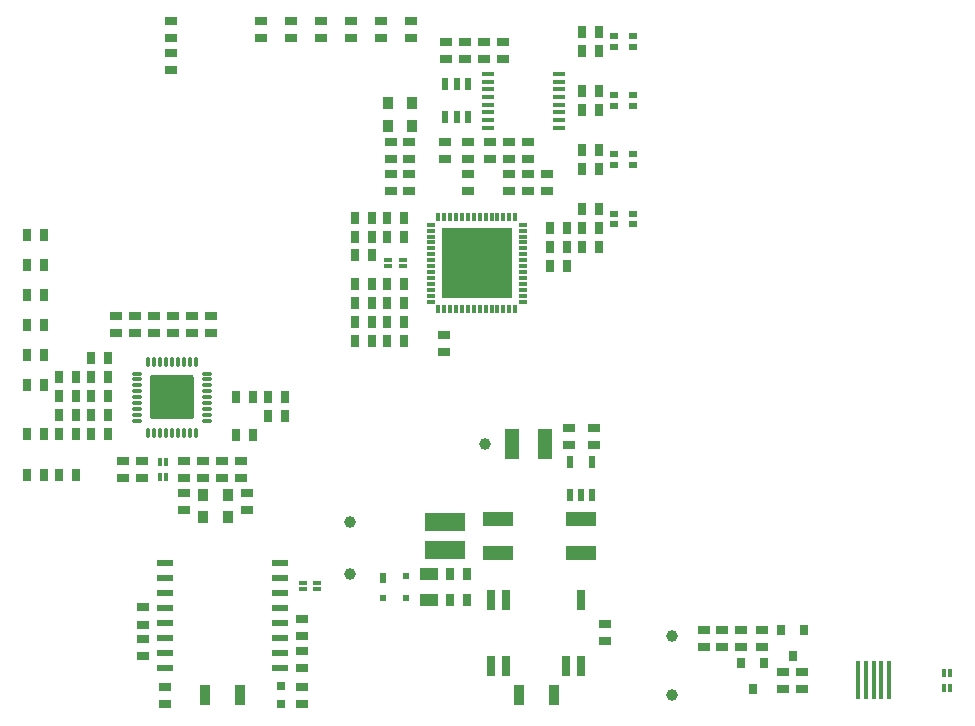
<source format=gbr>
%TF.GenerationSoftware,KiCad,Pcbnew,8.0.2*%
%TF.CreationDate,2024-05-14T20:52:20+07:00*%
%TF.ProjectId,HW.ACIM-DBG,48572e41-4349-44d2-9d44-42472e6b6963,0.0*%
%TF.SameCoordinates,Original*%
%TF.FileFunction,Paste,Top*%
%TF.FilePolarity,Positive*%
%FSLAX46Y46*%
G04 Gerber Fmt 4.6, Leading zero omitted, Abs format (unit mm)*
G04 Created by KiCad (PCBNEW 8.0.2) date 2024-05-14 20:52:20*
%MOMM*%
%LPD*%
G01*
G04 APERTURE LIST*
G04 Aperture macros list*
%AMRoundRect*
0 Rectangle with rounded corners*
0 $1 Rounding radius*
0 $2 $3 $4 $5 $6 $7 $8 $9 X,Y pos of 4 corners*
0 Add a 4 corners polygon primitive as box body*
4,1,4,$2,$3,$4,$5,$6,$7,$8,$9,$2,$3,0*
0 Add four circle primitives for the rounded corners*
1,1,$1+$1,$2,$3*
1,1,$1+$1,$4,$5*
1,1,$1+$1,$6,$7*
1,1,$1+$1,$8,$9*
0 Add four rect primitives between the rounded corners*
20,1,$1+$1,$2,$3,$4,$5,0*
20,1,$1+$1,$4,$5,$6,$7,0*
20,1,$1+$1,$6,$7,$8,$9,0*
20,1,$1+$1,$8,$9,$2,$3,0*%
G04 Aperture macros list end*
%ADD10R,0.650000X1.000000*%
%ADD11R,1.000000X0.650000*%
%ADD12R,2.500000X1.300000*%
%ADD13C,1.000000*%
%ADD14R,0.700000X0.300000*%
%ADD15R,0.900000X1.700000*%
%ADD16R,0.300000X0.700000*%
%ADD17R,0.800000X0.500000*%
%ADD18R,0.350000X3.250000*%
%ADD19R,0.800000X0.900000*%
%ADD20R,0.600000X1.100000*%
%ADD21R,1.450000X0.550000*%
%ADD22R,0.800000X0.800000*%
%ADD23R,0.900000X1.000000*%
%ADD24R,0.600000X0.900000*%
%ADD25R,0.600000X0.500000*%
%ADD26R,1.500000X1.000000*%
%ADD27R,6.000000X6.000000*%
%ADD28R,0.800000X1.700000*%
%ADD29R,1.000000X0.350000*%
%ADD30R,3.500000X1.600000*%
%ADD31O,0.900000X0.300000*%
%ADD32O,0.300000X0.900000*%
%ADD33RoundRect,0.185000X1.665000X1.665000X-1.665000X1.665000X-1.665000X-1.665000X1.665000X-1.665000X0*%
%ADD34R,1.300000X2.500000*%
G04 APERTURE END LIST*
D10*
%TO.C,C43*%
X145700000Y-63050000D03*
X147150000Y-63050000D03*
%TD*%
D11*
%TO.C,R33*%
X153925000Y-43975000D03*
X153925000Y-42525000D03*
%TD*%
%TO.C,C4*%
X164174385Y-93275000D03*
X164174385Y-91825000D03*
%TD*%
D10*
%TO.C,C47*%
X163650000Y-59900000D03*
X162200000Y-59900000D03*
%TD*%
%TO.C,R47*%
X145700000Y-67850000D03*
X147150000Y-67850000D03*
%TD*%
D11*
%TO.C,C23*%
X127617000Y-65725200D03*
X127617000Y-67175200D03*
%TD*%
D10*
%TO.C,C26*%
X120650000Y-70900200D03*
X122100000Y-70900200D03*
%TD*%
D12*
%TO.C,C1*%
X155162700Y-85750000D03*
X155162700Y-82950000D03*
%TD*%
D10*
%TO.C,C38*%
X144450000Y-59000000D03*
X143000000Y-59000000D03*
%TD*%
D11*
%TO.C,R15*%
X146025000Y-52475000D03*
X146025000Y-51025000D03*
%TD*%
D10*
%TO.C,R6*%
X115250000Y-75700200D03*
X116700000Y-75700200D03*
%TD*%
%TO.C,R2*%
X116700000Y-79180200D03*
X115250000Y-79180200D03*
%TD*%
D11*
%TO.C,R34*%
X155525000Y-43975000D03*
X155525000Y-42525000D03*
%TD*%
%TO.C,R26*%
X140132700Y-40775000D03*
X140132700Y-42225000D03*
%TD*%
%TO.C,R48*%
X174124385Y-92277911D03*
X174124385Y-93727911D03*
%TD*%
D10*
%TO.C,R35*%
X162200000Y-43300000D03*
X163650000Y-43300000D03*
%TD*%
%TO.C,C48*%
X160950000Y-59900000D03*
X159500000Y-59900000D03*
%TD*%
D11*
%TO.C,C29*%
X130817000Y-65725200D03*
X130817000Y-67175200D03*
%TD*%
%TO.C,C45*%
X157675000Y-53725000D03*
X157675000Y-55175000D03*
%TD*%
D10*
%TO.C,R42*%
X162200000Y-56700000D03*
X163650000Y-56700000D03*
%TD*%
%TO.C,R16*%
X144450000Y-66250000D03*
X143000000Y-66250000D03*
%TD*%
D11*
%TO.C,C46*%
X156075000Y-53725000D03*
X156075000Y-55175000D03*
%TD*%
D13*
%TO.C,TP3*%
X169862700Y-92850000D03*
%TD*%
D10*
%TO.C,R41*%
X162200000Y-58300000D03*
X163650000Y-58300000D03*
%TD*%
D11*
%TO.C,C36*%
X159275000Y-53725000D03*
X159275000Y-55175000D03*
%TD*%
D10*
%TO.C,R49*%
X117950000Y-79180200D03*
X119400000Y-79180200D03*
%TD*%
D14*
%TO.C,FT6*%
X147100000Y-61500000D03*
X145850000Y-61500000D03*
X145850000Y-61000000D03*
X147100000Y-61000000D03*
%TD*%
D15*
%TO.C,C5*%
X156862700Y-97850000D03*
X159862700Y-97850000D03*
%TD*%
D11*
%TO.C,R12*%
X123362700Y-79425000D03*
X123362700Y-77975000D03*
%TD*%
D10*
%TO.C,R40*%
X162200000Y-51700000D03*
X163650000Y-51700000D03*
%TD*%
D11*
%TO.C,C9*%
X180875100Y-95855100D03*
X180875100Y-97305100D03*
%TD*%
%TO.C,R3*%
X177474385Y-93727911D03*
X177474385Y-92277911D03*
%TD*%
D10*
%TO.C,C28*%
X134392000Y-72600200D03*
X132942000Y-72600200D03*
%TD*%
D16*
%TO.C,FT11*%
X192925100Y-97205100D03*
X192925100Y-95955100D03*
X193425100Y-95955100D03*
X193425100Y-97205100D03*
%TD*%
D10*
%TO.C,C41*%
X143000000Y-64650000D03*
X144450000Y-64650000D03*
%TD*%
%TO.C,R22*%
X116700000Y-61400200D03*
X115250000Y-61400200D03*
%TD*%
D13*
%TO.C,TP4*%
X154012700Y-76550000D03*
%TD*%
D11*
%TO.C,C11*%
X175724385Y-92277911D03*
X175724385Y-93727911D03*
%TD*%
D10*
%TO.C,C3*%
X151037700Y-89750000D03*
X152487700Y-89750000D03*
%TD*%
%TO.C,R5*%
X117950000Y-74100200D03*
X119400000Y-74100200D03*
%TD*%
D17*
%TO.C,D2*%
X166575000Y-57050000D03*
X164975000Y-57050000D03*
X164975000Y-57950000D03*
X166575000Y-57950000D03*
%TD*%
D11*
%TO.C,C50*%
X152575000Y-53725000D03*
X152575000Y-55175000D03*
%TD*%
D18*
%TO.C,J2*%
X185625100Y-96580100D03*
X186275100Y-96580100D03*
X186925100Y-96580100D03*
X187575100Y-96580100D03*
X188225100Y-96580100D03*
%TD*%
D19*
%TO.C,Q2*%
X181025100Y-92280100D03*
X179124385Y-92277911D03*
X180075100Y-94480100D03*
%TD*%
D11*
%TO.C,C51*%
X150725000Y-42525000D03*
X150725000Y-43975000D03*
%TD*%
%TO.C,C53*%
X163212700Y-75175000D03*
X163212700Y-76625000D03*
%TD*%
D10*
%TO.C,R13*%
X117950000Y-70900200D03*
X119400000Y-70900200D03*
%TD*%
D11*
%TO.C,C49*%
X150575000Y-68800000D03*
X150575000Y-67350000D03*
%TD*%
%TO.C,R23*%
X137592700Y-40775000D03*
X137592700Y-42225000D03*
%TD*%
D12*
%TO.C,C2*%
X162162700Y-85750000D03*
X162162700Y-82950000D03*
%TD*%
D11*
%TO.C,R28*%
X145225000Y-40775000D03*
X145225000Y-42225000D03*
%TD*%
D10*
%TO.C,C31*%
X134392000Y-75800200D03*
X132942000Y-75800200D03*
%TD*%
%TO.C,FT8*%
X147150000Y-64650000D03*
X145700000Y-64650000D03*
%TD*%
D20*
%TO.C,U1*%
X161212700Y-80900000D03*
X162162700Y-80900000D03*
X163112700Y-80900000D03*
X163112700Y-78100000D03*
X161212700Y-78100000D03*
%TD*%
D11*
%TO.C,R9*%
X133362700Y-77975000D03*
X133362700Y-79425000D03*
%TD*%
D10*
%TO.C,R7*%
X119400000Y-75700200D03*
X117950000Y-75700200D03*
%TD*%
D11*
%TO.C,C13*%
X125062700Y-94550000D03*
X125062700Y-93100000D03*
%TD*%
%TO.C,C33*%
X147625000Y-52475000D03*
X147625000Y-51025000D03*
%TD*%
D10*
%TO.C,C37*%
X160950000Y-61500000D03*
X159500000Y-61500000D03*
%TD*%
%TO.C,R37*%
X162200000Y-48300000D03*
X163650000Y-48300000D03*
%TD*%
D11*
%TO.C,R46*%
X127432700Y-43475000D03*
X127432700Y-44925000D03*
%TD*%
D21*
%TO.C,U3*%
X136662700Y-95550000D03*
X136662700Y-94280000D03*
X136662700Y-93010000D03*
X136662700Y-91740000D03*
X136662700Y-90470000D03*
X136662700Y-89200000D03*
X136662700Y-87930000D03*
X136662700Y-86660000D03*
X126962700Y-86660000D03*
X126962700Y-87930000D03*
X126962700Y-89200000D03*
X126962700Y-90470000D03*
X126962700Y-91740000D03*
X126962700Y-93010000D03*
X126962700Y-94280000D03*
X126962700Y-95550000D03*
%TD*%
D22*
%TO.C,D6*%
X136712700Y-97075000D03*
X136712700Y-98575000D03*
%TD*%
D17*
%TO.C,D3*%
X166575000Y-52050000D03*
X164975000Y-52050000D03*
X164975000Y-52950000D03*
X166575000Y-52950000D03*
%TD*%
D11*
%TO.C,C30*%
X124962700Y-79425000D03*
X124962700Y-77975000D03*
%TD*%
%TO.C,C15*%
X126962700Y-98550000D03*
X126962700Y-97100000D03*
%TD*%
%TO.C,R30*%
X152325000Y-43975000D03*
X152325000Y-42525000D03*
%TD*%
D10*
%TO.C,R44*%
X143000000Y-67850000D03*
X144450000Y-67850000D03*
%TD*%
%TO.C,C42*%
X143000000Y-63050000D03*
X144450000Y-63050000D03*
%TD*%
D19*
%TO.C,Q1*%
X177625100Y-95105100D03*
X175724385Y-95102911D03*
X176675100Y-97305100D03*
%TD*%
D10*
%TO.C,C39*%
X145700000Y-57400000D03*
X147150000Y-57400000D03*
%TD*%
D11*
%TO.C,C19*%
X133867000Y-80675200D03*
X133867000Y-82125200D03*
%TD*%
%TO.C,R27*%
X147752700Y-40775000D03*
X147752700Y-42225000D03*
%TD*%
D10*
%TO.C,R36*%
X162200000Y-41700000D03*
X163650000Y-41700000D03*
%TD*%
D13*
%TO.C,TP5*%
X169862700Y-97850000D03*
%TD*%
D10*
%TO.C,R17*%
X116700000Y-69020200D03*
X115250000Y-69020200D03*
%TD*%
D11*
%TO.C,C10*%
X179275100Y-95855100D03*
X179275100Y-97305100D03*
%TD*%
D10*
%TO.C,FT1*%
X151037700Y-87550000D03*
X152487700Y-87550000D03*
%TD*%
D23*
%TO.C,U8*%
X147875000Y-47700000D03*
X145775000Y-47700000D03*
X145775000Y-49600000D03*
X147875000Y-49600000D03*
%TD*%
D17*
%TO.C,D4*%
X166575000Y-47050000D03*
X164975000Y-47050000D03*
X164975000Y-47950000D03*
X166575000Y-47950000D03*
%TD*%
D11*
%TO.C,R43*%
X172524385Y-93727911D03*
X172524385Y-92277911D03*
%TD*%
D10*
%TO.C,R14*%
X120650000Y-72500200D03*
X122100000Y-72500200D03*
%TD*%
D16*
%TO.C,FT2*%
X127017000Y-78075200D03*
X127017000Y-79325200D03*
X126517000Y-79325200D03*
X126517000Y-78075200D03*
%TD*%
D10*
%TO.C,R11*%
X119400000Y-72500200D03*
X117950000Y-72500200D03*
%TD*%
%TO.C,FT7*%
X143000000Y-57400000D03*
X144450000Y-57400000D03*
%TD*%
D23*
%TO.C,U4*%
X132262700Y-80850000D03*
X130162700Y-80850000D03*
X130162700Y-82750000D03*
X132262700Y-82750000D03*
%TD*%
D10*
%TO.C,R38*%
X162200000Y-46700000D03*
X163650000Y-46700000D03*
%TD*%
D13*
%TO.C,TP1*%
X142552700Y-83125000D03*
%TD*%
D11*
%TO.C,R32*%
X152575000Y-51025000D03*
X152575000Y-52475000D03*
%TD*%
%TO.C,R4*%
X125062700Y-90400000D03*
X125062700Y-91850000D03*
%TD*%
D10*
%TO.C,R29*%
X144450000Y-60600000D03*
X143000000Y-60600000D03*
%TD*%
%TO.C,R18*%
X116700000Y-71560200D03*
X115250000Y-71560200D03*
%TD*%
D13*
%TO.C,TP2*%
X142552700Y-87575000D03*
%TD*%
D11*
%TO.C,R1*%
X138562700Y-98550000D03*
X138562700Y-97100000D03*
%TD*%
D24*
%TO.C,D1*%
X145362700Y-87900000D03*
D25*
X145362700Y-89600000D03*
X147362700Y-89600000D03*
X147362700Y-87700000D03*
%TD*%
D26*
%TO.C,F1*%
X149262700Y-89750000D03*
X149262700Y-87550000D03*
%TD*%
D15*
%TO.C,C6*%
X133312700Y-97850000D03*
X130312700Y-97850000D03*
%TD*%
D11*
%TO.C,R45*%
X127432700Y-42225000D03*
X127432700Y-40775000D03*
%TD*%
D14*
%TO.C,U5*%
X149425000Y-58000000D03*
X149425000Y-58500000D03*
X149425000Y-59000000D03*
X149425000Y-59500000D03*
X149425000Y-60000000D03*
X149425000Y-60500000D03*
X149425000Y-61000000D03*
X149425000Y-61500000D03*
X149425000Y-62000000D03*
X149425000Y-62500000D03*
X149425000Y-63000000D03*
X149425000Y-63500000D03*
X149425000Y-64000000D03*
X149425000Y-64500000D03*
D16*
X150075000Y-65150000D03*
X150575000Y-65150000D03*
X151075000Y-65150000D03*
X151575000Y-65150000D03*
X152075000Y-65150000D03*
X152575000Y-65150000D03*
X153075000Y-65150000D03*
X153575000Y-65150000D03*
X154075000Y-65150000D03*
X154575000Y-65150000D03*
X155075000Y-65150000D03*
X155575000Y-65150000D03*
X156075000Y-65150000D03*
X156575000Y-65150000D03*
D14*
X157225000Y-64500000D03*
X157225000Y-64000000D03*
X157225000Y-63500000D03*
X157225000Y-63000000D03*
X157225000Y-62500000D03*
X157225000Y-62000000D03*
X157225000Y-61500000D03*
X157225000Y-61000000D03*
X157225000Y-60500000D03*
X157225000Y-60000000D03*
X157225000Y-59500000D03*
X157225000Y-59000000D03*
X157225000Y-58500000D03*
X157225000Y-58000000D03*
D16*
X156575000Y-57350000D03*
X156075000Y-57350000D03*
X155575000Y-57350000D03*
X155075000Y-57350000D03*
X154575000Y-57350000D03*
X154075000Y-57350000D03*
X153575000Y-57350000D03*
X153075000Y-57350000D03*
X152575000Y-57350000D03*
X152075000Y-57350000D03*
X151575000Y-57350000D03*
X151075000Y-57350000D03*
X150575000Y-57350000D03*
X150075000Y-57350000D03*
D27*
X153325000Y-61250000D03*
%TD*%
D11*
%TO.C,C44*%
X156075000Y-52475000D03*
X156075000Y-51025000D03*
%TD*%
D28*
%TO.C,MD1*%
X154552700Y-95350000D03*
X155822700Y-95350000D03*
X160902700Y-95350000D03*
X162172700Y-95350000D03*
X162172700Y-89750000D03*
X155822700Y-89750000D03*
X154552700Y-89750000D03*
%TD*%
D10*
%TO.C,R19*%
X116700000Y-63940200D03*
X115250000Y-63940200D03*
%TD*%
D29*
%TO.C,U7*%
X160275000Y-49775000D03*
X160275000Y-49125000D03*
X160275000Y-48475000D03*
X160275000Y-47825000D03*
X160275000Y-47175000D03*
X160275000Y-46525000D03*
X160275000Y-45875000D03*
X160275000Y-45225000D03*
X154275000Y-45225000D03*
X154275000Y-45875000D03*
X154275000Y-46525000D03*
X154275000Y-47175000D03*
X154275000Y-47825000D03*
X154275000Y-48475000D03*
X154275000Y-49125000D03*
X154275000Y-49775000D03*
%TD*%
D11*
%TO.C,C8*%
X161112700Y-75175000D03*
X161112700Y-76625000D03*
%TD*%
%TO.C,C16*%
X138562700Y-92850000D03*
X138562700Y-91400000D03*
%TD*%
%TO.C,R24*%
X135052700Y-40775000D03*
X135052700Y-42225000D03*
%TD*%
%TO.C,C18*%
X128562700Y-79425000D03*
X128562700Y-77975000D03*
%TD*%
D10*
%TO.C,C14*%
X120650000Y-75700200D03*
X122100000Y-75700200D03*
%TD*%
%TO.C,C34*%
X145700000Y-66250000D03*
X147150000Y-66250000D03*
%TD*%
D20*
%TO.C,U6*%
X150675000Y-48900000D03*
X151625000Y-48900000D03*
X152575000Y-48900000D03*
X152575000Y-46100000D03*
X151625000Y-46100000D03*
X150675000Y-46100000D03*
%TD*%
D11*
%TO.C,FT4*%
X124417000Y-65725200D03*
X124417000Y-67175200D03*
%TD*%
%TO.C,C12*%
X138562700Y-94100000D03*
X138562700Y-95550000D03*
%TD*%
D17*
%TO.C,D5*%
X166575000Y-42050000D03*
X164975000Y-42050000D03*
X164975000Y-42950000D03*
X166575000Y-42950000D03*
%TD*%
D11*
%TO.C,C24*%
X122817000Y-67175200D03*
X122817000Y-65725200D03*
%TD*%
%TO.C,R8*%
X128562700Y-80675000D03*
X128562700Y-82125000D03*
%TD*%
D10*
%TO.C,R21*%
X116700000Y-58860200D03*
X115250000Y-58860200D03*
%TD*%
%TO.C,R10*%
X122100000Y-69300200D03*
X120650000Y-69300200D03*
%TD*%
%TO.C,C25*%
X135642000Y-74200200D03*
X137092000Y-74200200D03*
%TD*%
%TO.C,FT10*%
X160950000Y-58300000D03*
X159500000Y-58300000D03*
%TD*%
D30*
%TO.C,L1*%
X150662700Y-85550000D03*
X150662700Y-83150000D03*
%TD*%
D11*
%TO.C,R25*%
X142672700Y-40775000D03*
X142672700Y-42225000D03*
%TD*%
D14*
%TO.C,FT3*%
X138577700Y-88315000D03*
X139827700Y-88315000D03*
X139827700Y-88815000D03*
X138577700Y-88815000D03*
%TD*%
D11*
%TO.C,C35*%
X147625000Y-53725000D03*
X147625000Y-55175000D03*
%TD*%
D10*
%TO.C,C40*%
X145700000Y-59000000D03*
X147150000Y-59000000D03*
%TD*%
%TO.C,R20*%
X116700000Y-66480200D03*
X115250000Y-66480200D03*
%TD*%
D11*
%TO.C,C21*%
X131762700Y-79425000D03*
X131762700Y-77975000D03*
%TD*%
D10*
%TO.C,C17*%
X120650000Y-74100200D03*
X122100000Y-74100200D03*
%TD*%
D11*
%TO.C,FT9*%
X157675000Y-51025000D03*
X157675000Y-52475000D03*
%TD*%
%TO.C,C32*%
X146025000Y-53725000D03*
X146025000Y-55175000D03*
%TD*%
%TO.C,C22*%
X129217000Y-65725200D03*
X129217000Y-67175200D03*
%TD*%
%TO.C,C20*%
X130162700Y-79425000D03*
X130162700Y-77975000D03*
%TD*%
D10*
%TO.C,R39*%
X162200000Y-53300000D03*
X163650000Y-53300000D03*
%TD*%
D11*
%TO.C,C27*%
X126017000Y-65725200D03*
X126017000Y-67175200D03*
%TD*%
D31*
%TO.C,U2*%
X130517000Y-74600200D03*
X130517000Y-74100200D03*
X130517000Y-73600200D03*
X130517000Y-73100200D03*
X130517000Y-72600200D03*
X130517000Y-72100200D03*
X130517000Y-71600200D03*
X130517000Y-71100200D03*
X130517000Y-70600200D03*
D32*
X129517000Y-69600200D03*
X129017000Y-69600200D03*
X128517000Y-69600200D03*
X128017000Y-69600200D03*
X127517000Y-69600200D03*
X127017000Y-69600200D03*
X126517000Y-69600200D03*
X126017000Y-69600200D03*
X125517000Y-69600200D03*
D31*
X124517000Y-70600200D03*
X124517000Y-71100200D03*
X124517000Y-71600200D03*
X124517000Y-72100200D03*
X124517000Y-72600200D03*
X124517000Y-73100200D03*
X124517000Y-73600200D03*
X124517000Y-74100200D03*
X124517000Y-74600200D03*
D32*
X125517000Y-75600200D03*
X126017000Y-75600200D03*
X126517000Y-75600200D03*
X127017000Y-75600200D03*
X127517000Y-75600200D03*
X128017000Y-75600200D03*
X128517000Y-75600200D03*
X129017000Y-75600200D03*
X129517000Y-75600200D03*
D33*
X127517000Y-72600200D03*
%TD*%
D10*
%TO.C,FT5*%
X137092000Y-72600200D03*
X135642000Y-72600200D03*
%TD*%
D34*
%TO.C,C7*%
X159112700Y-76550000D03*
X156312700Y-76550000D03*
%TD*%
D11*
%TO.C,C52*%
X154475000Y-52475000D03*
X154475000Y-51025000D03*
%TD*%
%TO.C,R31*%
X150675000Y-51025000D03*
X150675000Y-52475000D03*
%TD*%
M02*

</source>
